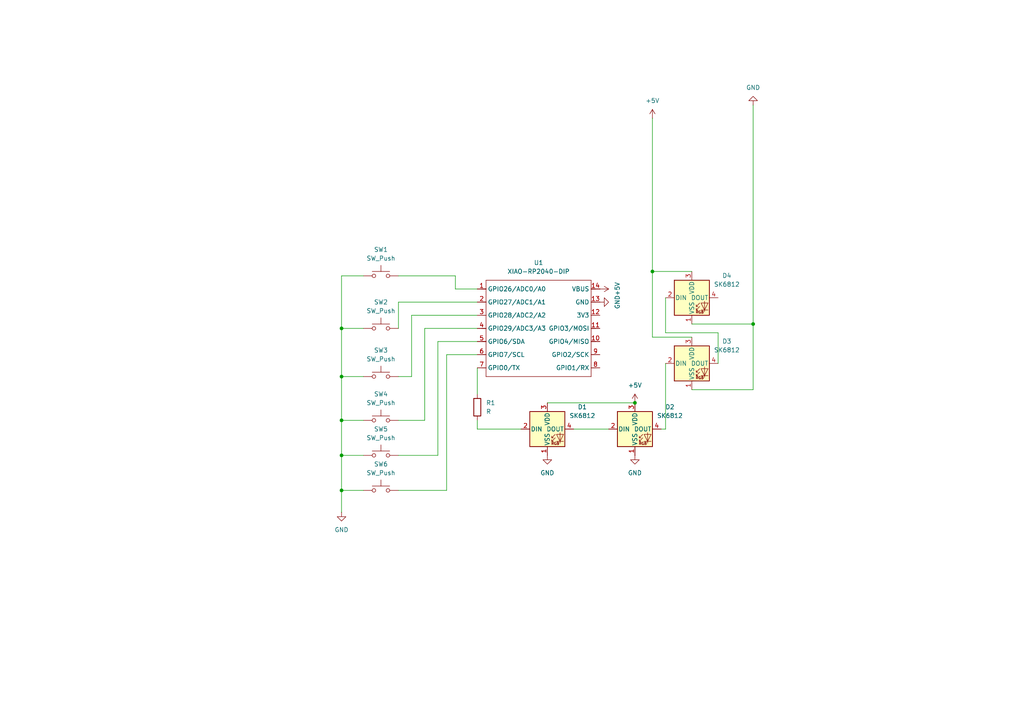
<source format=kicad_sch>
(kicad_sch
	(version 20250114)
	(generator "eeschema")
	(generator_version "9.0")
	(uuid "64604668-f003-4dd2-9b06-7adf75eb36a3")
	(paper "A4")
	(lib_symbols
		(symbol "Device:R"
			(pin_numbers
				(hide yes)
			)
			(pin_names
				(offset 0)
			)
			(exclude_from_sim no)
			(in_bom yes)
			(on_board yes)
			(property "Reference" "R"
				(at 2.032 0 90)
				(effects
					(font
						(size 1.27 1.27)
					)
				)
			)
			(property "Value" "R"
				(at 0 0 90)
				(effects
					(font
						(size 1.27 1.27)
					)
				)
			)
			(property "Footprint" ""
				(at -1.778 0 90)
				(effects
					(font
						(size 1.27 1.27)
					)
					(hide yes)
				)
			)
			(property "Datasheet" "~"
				(at 0 0 0)
				(effects
					(font
						(size 1.27 1.27)
					)
					(hide yes)
				)
			)
			(property "Description" "Resistor"
				(at 0 0 0)
				(effects
					(font
						(size 1.27 1.27)
					)
					(hide yes)
				)
			)
			(property "ki_keywords" "R res resistor"
				(at 0 0 0)
				(effects
					(font
						(size 1.27 1.27)
					)
					(hide yes)
				)
			)
			(property "ki_fp_filters" "R_*"
				(at 0 0 0)
				(effects
					(font
						(size 1.27 1.27)
					)
					(hide yes)
				)
			)
			(symbol "R_0_1"
				(rectangle
					(start -1.016 -2.54)
					(end 1.016 2.54)
					(stroke
						(width 0.254)
						(type default)
					)
					(fill
						(type none)
					)
				)
			)
			(symbol "R_1_1"
				(pin passive line
					(at 0 3.81 270)
					(length 1.27)
					(name "~"
						(effects
							(font
								(size 1.27 1.27)
							)
						)
					)
					(number "1"
						(effects
							(font
								(size 1.27 1.27)
							)
						)
					)
				)
				(pin passive line
					(at 0 -3.81 90)
					(length 1.27)
					(name "~"
						(effects
							(font
								(size 1.27 1.27)
							)
						)
					)
					(number "2"
						(effects
							(font
								(size 1.27 1.27)
							)
						)
					)
				)
			)
			(embedded_fonts no)
		)
		(symbol "LED:SK6812"
			(pin_names
				(offset 0.254)
			)
			(exclude_from_sim no)
			(in_bom yes)
			(on_board yes)
			(property "Reference" "D"
				(at 5.08 5.715 0)
				(effects
					(font
						(size 1.27 1.27)
					)
					(justify right bottom)
				)
			)
			(property "Value" "SK6812"
				(at 1.27 -5.715 0)
				(effects
					(font
						(size 1.27 1.27)
					)
					(justify left top)
				)
			)
			(property "Footprint" "LED_SMD:LED_SK6812_PLCC4_5.0x5.0mm_P3.2mm"
				(at 1.27 -7.62 0)
				(effects
					(font
						(size 1.27 1.27)
					)
					(justify left top)
					(hide yes)
				)
			)
			(property "Datasheet" "https://cdn-shop.adafruit.com/product-files/1138/SK6812+LED+datasheet+.pdf"
				(at 2.54 -9.525 0)
				(effects
					(font
						(size 1.27 1.27)
					)
					(justify left top)
					(hide yes)
				)
			)
			(property "Description" "RGB LED with integrated controller"
				(at 0 0 0)
				(effects
					(font
						(size 1.27 1.27)
					)
					(hide yes)
				)
			)
			(property "ki_keywords" "RGB LED NeoPixel addressable"
				(at 0 0 0)
				(effects
					(font
						(size 1.27 1.27)
					)
					(hide yes)
				)
			)
			(property "ki_fp_filters" "LED*SK6812*PLCC*5.0x5.0mm*P3.2mm*"
				(at 0 0 0)
				(effects
					(font
						(size 1.27 1.27)
					)
					(hide yes)
				)
			)
			(symbol "SK6812_0_0"
				(text "RGB"
					(at 2.286 -4.191 0)
					(effects
						(font
							(size 0.762 0.762)
						)
					)
				)
			)
			(symbol "SK6812_0_1"
				(polyline
					(pts
						(xy 1.27 -2.54) (xy 1.778 -2.54)
					)
					(stroke
						(width 0)
						(type default)
					)
					(fill
						(type none)
					)
				)
				(polyline
					(pts
						(xy 1.27 -3.556) (xy 1.778 -3.556)
					)
					(stroke
						(width 0)
						(type default)
					)
					(fill
						(type none)
					)
				)
				(polyline
					(pts
						(xy 2.286 -1.524) (xy 1.27 -2.54) (xy 1.27 -2.032)
					)
					(stroke
						(width 0)
						(type default)
					)
					(fill
						(type none)
					)
				)
				(polyline
					(pts
						(xy 2.286 -2.54) (xy 1.27 -3.556) (xy 1.27 -3.048)
					)
					(stroke
						(width 0)
						(type default)
					)
					(fill
						(type none)
					)
				)
				(polyline
					(pts
						(xy 3.683 -1.016) (xy 3.683 -3.556) (xy 3.683 -4.064)
					)
					(stroke
						(width 0)
						(type default)
					)
					(fill
						(type none)
					)
				)
				(polyline
					(pts
						(xy 4.699 -1.524) (xy 2.667 -1.524) (xy 3.683 -3.556) (xy 4.699 -1.524)
					)
					(stroke
						(width 0)
						(type default)
					)
					(fill
						(type none)
					)
				)
				(polyline
					(pts
						(xy 4.699 -3.556) (xy 2.667 -3.556)
					)
					(stroke
						(width 0)
						(type default)
					)
					(fill
						(type none)
					)
				)
				(rectangle
					(start 5.08 5.08)
					(end -5.08 -5.08)
					(stroke
						(width 0.254)
						(type default)
					)
					(fill
						(type background)
					)
				)
			)
			(symbol "SK6812_1_1"
				(pin input line
					(at -7.62 0 0)
					(length 2.54)
					(name "DIN"
						(effects
							(font
								(size 1.27 1.27)
							)
						)
					)
					(number "2"
						(effects
							(font
								(size 1.27 1.27)
							)
						)
					)
				)
				(pin power_in line
					(at 0 7.62 270)
					(length 2.54)
					(name "VDD"
						(effects
							(font
								(size 1.27 1.27)
							)
						)
					)
					(number "3"
						(effects
							(font
								(size 1.27 1.27)
							)
						)
					)
				)
				(pin power_in line
					(at 0 -7.62 90)
					(length 2.54)
					(name "VSS"
						(effects
							(font
								(size 1.27 1.27)
							)
						)
					)
					(number "1"
						(effects
							(font
								(size 1.27 1.27)
							)
						)
					)
				)
				(pin output line
					(at 7.62 0 180)
					(length 2.54)
					(name "DOUT"
						(effects
							(font
								(size 1.27 1.27)
							)
						)
					)
					(number "4"
						(effects
							(font
								(size 1.27 1.27)
							)
						)
					)
				)
			)
			(embedded_fonts no)
		)
		(symbol "OPL:XIAO-RP2040-DIP"
			(exclude_from_sim no)
			(in_bom yes)
			(on_board yes)
			(property "Reference" "U"
				(at 0 0 0)
				(effects
					(font
						(size 1.27 1.27)
					)
				)
			)
			(property "Value" "XIAO-RP2040-DIP"
				(at 5.334 -1.778 0)
				(effects
					(font
						(size 1.27 1.27)
					)
				)
			)
			(property "Footprint" "Module:MOUDLE14P-XIAO-DIP-SMD"
				(at 14.478 -32.258 0)
				(effects
					(font
						(size 1.27 1.27)
					)
					(hide yes)
				)
			)
			(property "Datasheet" ""
				(at 0 0 0)
				(effects
					(font
						(size 1.27 1.27)
					)
					(hide yes)
				)
			)
			(property "Description" ""
				(at 0 0 0)
				(effects
					(font
						(size 1.27 1.27)
					)
					(hide yes)
				)
			)
			(symbol "XIAO-RP2040-DIP_1_0"
				(polyline
					(pts
						(xy -1.27 -2.54) (xy 29.21 -2.54)
					)
					(stroke
						(width 0.1524)
						(type solid)
					)
					(fill
						(type none)
					)
				)
				(polyline
					(pts
						(xy -1.27 -5.08) (xy -2.54 -5.08)
					)
					(stroke
						(width 0.1524)
						(type solid)
					)
					(fill
						(type none)
					)
				)
				(polyline
					(pts
						(xy -1.27 -5.08) (xy -1.27 -2.54)
					)
					(stroke
						(width 0.1524)
						(type solid)
					)
					(fill
						(type none)
					)
				)
				(polyline
					(pts
						(xy -1.27 -8.89) (xy -2.54 -8.89)
					)
					(stroke
						(width 0.1524)
						(type solid)
					)
					(fill
						(type none)
					)
				)
				(polyline
					(pts
						(xy -1.27 -8.89) (xy -1.27 -5.08)
					)
					(stroke
						(width 0.1524)
						(type solid)
					)
					(fill
						(type none)
					)
				)
				(polyline
					(pts
						(xy -1.27 -12.7) (xy -2.54 -12.7)
					)
					(stroke
						(width 0.1524)
						(type solid)
					)
					(fill
						(type none)
					)
				)
				(polyline
					(pts
						(xy -1.27 -12.7) (xy -1.27 -8.89)
					)
					(stroke
						(width 0.1524)
						(type solid)
					)
					(fill
						(type none)
					)
				)
				(polyline
					(pts
						(xy -1.27 -16.51) (xy -2.54 -16.51)
					)
					(stroke
						(width 0.1524)
						(type solid)
					)
					(fill
						(type none)
					)
				)
				(polyline
					(pts
						(xy -1.27 -16.51) (xy -1.27 -12.7)
					)
					(stroke
						(width 0.1524)
						(type solid)
					)
					(fill
						(type none)
					)
				)
				(polyline
					(pts
						(xy -1.27 -20.32) (xy -2.54 -20.32)
					)
					(stroke
						(width 0.1524)
						(type solid)
					)
					(fill
						(type none)
					)
				)
				(polyline
					(pts
						(xy -1.27 -24.13) (xy -2.54 -24.13)
					)
					(stroke
						(width 0.1524)
						(type solid)
					)
					(fill
						(type none)
					)
				)
				(polyline
					(pts
						(xy -1.27 -27.94) (xy -2.54 -27.94)
					)
					(stroke
						(width 0.1524)
						(type solid)
					)
					(fill
						(type none)
					)
				)
				(polyline
					(pts
						(xy -1.27 -30.48) (xy -1.27 -16.51)
					)
					(stroke
						(width 0.1524)
						(type solid)
					)
					(fill
						(type none)
					)
				)
				(polyline
					(pts
						(xy 29.21 -2.54) (xy 29.21 -5.08)
					)
					(stroke
						(width 0.1524)
						(type solid)
					)
					(fill
						(type none)
					)
				)
				(polyline
					(pts
						(xy 29.21 -5.08) (xy 29.21 -8.89)
					)
					(stroke
						(width 0.1524)
						(type solid)
					)
					(fill
						(type none)
					)
				)
				(polyline
					(pts
						(xy 29.21 -8.89) (xy 29.21 -12.7)
					)
					(stroke
						(width 0.1524)
						(type solid)
					)
					(fill
						(type none)
					)
				)
				(polyline
					(pts
						(xy 29.21 -12.7) (xy 29.21 -30.48)
					)
					(stroke
						(width 0.1524)
						(type solid)
					)
					(fill
						(type none)
					)
				)
				(polyline
					(pts
						(xy 29.21 -30.48) (xy -1.27 -30.48)
					)
					(stroke
						(width 0.1524)
						(type solid)
					)
					(fill
						(type none)
					)
				)
				(polyline
					(pts
						(xy 30.48 -5.08) (xy 29.21 -5.08)
					)
					(stroke
						(width 0.1524)
						(type solid)
					)
					(fill
						(type none)
					)
				)
				(polyline
					(pts
						(xy 30.48 -8.89) (xy 29.21 -8.89)
					)
					(stroke
						(width 0.1524)
						(type solid)
					)
					(fill
						(type none)
					)
				)
				(polyline
					(pts
						(xy 30.48 -12.7) (xy 29.21 -12.7)
					)
					(stroke
						(width 0.1524)
						(type solid)
					)
					(fill
						(type none)
					)
				)
				(polyline
					(pts
						(xy 30.48 -16.51) (xy 29.21 -16.51)
					)
					(stroke
						(width 0.1524)
						(type solid)
					)
					(fill
						(type none)
					)
				)
				(polyline
					(pts
						(xy 30.48 -20.32) (xy 29.21 -20.32)
					)
					(stroke
						(width 0.1524)
						(type solid)
					)
					(fill
						(type none)
					)
				)
				(polyline
					(pts
						(xy 30.48 -24.13) (xy 29.21 -24.13)
					)
					(stroke
						(width 0.1524)
						(type solid)
					)
					(fill
						(type none)
					)
				)
				(polyline
					(pts
						(xy 30.48 -27.94) (xy 29.21 -27.94)
					)
					(stroke
						(width 0.1524)
						(type solid)
					)
					(fill
						(type none)
					)
				)
				(pin passive line
					(at -3.81 -5.08 0)
					(length 2.54)
					(name "GPIO26/ADC0/A0"
						(effects
							(font
								(size 1.27 1.27)
							)
						)
					)
					(number "1"
						(effects
							(font
								(size 1.27 1.27)
							)
						)
					)
				)
				(pin passive line
					(at -3.81 -8.89 0)
					(length 2.54)
					(name "GPIO27/ADC1/A1"
						(effects
							(font
								(size 1.27 1.27)
							)
						)
					)
					(number "2"
						(effects
							(font
								(size 1.27 1.27)
							)
						)
					)
				)
				(pin passive line
					(at -3.81 -12.7 0)
					(length 2.54)
					(name "GPIO28/ADC2/A2"
						(effects
							(font
								(size 1.27 1.27)
							)
						)
					)
					(number "3"
						(effects
							(font
								(size 1.27 1.27)
							)
						)
					)
				)
				(pin passive line
					(at -3.81 -16.51 0)
					(length 2.54)
					(name "GPIO29/ADC3/A3"
						(effects
							(font
								(size 1.27 1.27)
							)
						)
					)
					(number "4"
						(effects
							(font
								(size 1.27 1.27)
							)
						)
					)
				)
				(pin passive line
					(at -3.81 -20.32 0)
					(length 2.54)
					(name "GPIO6/SDA"
						(effects
							(font
								(size 1.27 1.27)
							)
						)
					)
					(number "5"
						(effects
							(font
								(size 1.27 1.27)
							)
						)
					)
				)
				(pin passive line
					(at -3.81 -24.13 0)
					(length 2.54)
					(name "GPIO7/SCL"
						(effects
							(font
								(size 1.27 1.27)
							)
						)
					)
					(number "6"
						(effects
							(font
								(size 1.27 1.27)
							)
						)
					)
				)
				(pin passive line
					(at -3.81 -27.94 0)
					(length 2.54)
					(name "GPIO0/TX"
						(effects
							(font
								(size 1.27 1.27)
							)
						)
					)
					(number "7"
						(effects
							(font
								(size 1.27 1.27)
							)
						)
					)
				)
				(pin passive line
					(at 31.75 -5.08 180)
					(length 2.54)
					(name "VBUS"
						(effects
							(font
								(size 1.27 1.27)
							)
						)
					)
					(number "14"
						(effects
							(font
								(size 1.27 1.27)
							)
						)
					)
				)
				(pin passive line
					(at 31.75 -8.89 180)
					(length 2.54)
					(name "GND"
						(effects
							(font
								(size 1.27 1.27)
							)
						)
					)
					(number "13"
						(effects
							(font
								(size 1.27 1.27)
							)
						)
					)
				)
				(pin passive line
					(at 31.75 -12.7 180)
					(length 2.54)
					(name "3V3"
						(effects
							(font
								(size 1.27 1.27)
							)
						)
					)
					(number "12"
						(effects
							(font
								(size 1.27 1.27)
							)
						)
					)
				)
				(pin passive line
					(at 31.75 -16.51 180)
					(length 2.54)
					(name "GPIO3/MOSI"
						(effects
							(font
								(size 1.27 1.27)
							)
						)
					)
					(number "11"
						(effects
							(font
								(size 1.27 1.27)
							)
						)
					)
				)
				(pin passive line
					(at 31.75 -20.32 180)
					(length 2.54)
					(name "GPIO4/MISO"
						(effects
							(font
								(size 1.27 1.27)
							)
						)
					)
					(number "10"
						(effects
							(font
								(size 1.27 1.27)
							)
						)
					)
				)
				(pin passive line
					(at 31.75 -24.13 180)
					(length 2.54)
					(name "GPIO2/SCK"
						(effects
							(font
								(size 1.27 1.27)
							)
						)
					)
					(number "9"
						(effects
							(font
								(size 1.27 1.27)
							)
						)
					)
				)
				(pin passive line
					(at 31.75 -27.94 180)
					(length 2.54)
					(name "GPIO1/RX"
						(effects
							(font
								(size 1.27 1.27)
							)
						)
					)
					(number "8"
						(effects
							(font
								(size 1.27 1.27)
							)
						)
					)
				)
			)
			(embedded_fonts no)
		)
		(symbol "Switch:SW_Push"
			(pin_numbers
				(hide yes)
			)
			(pin_names
				(offset 1.016)
				(hide yes)
			)
			(exclude_from_sim no)
			(in_bom yes)
			(on_board yes)
			(property "Reference" "SW"
				(at 1.27 2.54 0)
				(effects
					(font
						(size 1.27 1.27)
					)
					(justify left)
				)
			)
			(property "Value" "SW_Push"
				(at 0 -1.524 0)
				(effects
					(font
						(size 1.27 1.27)
					)
				)
			)
			(property "Footprint" ""
				(at 0 5.08 0)
				(effects
					(font
						(size 1.27 1.27)
					)
					(hide yes)
				)
			)
			(property "Datasheet" "~"
				(at 0 5.08 0)
				(effects
					(font
						(size 1.27 1.27)
					)
					(hide yes)
				)
			)
			(property "Description" "Push button switch, generic, two pins"
				(at 0 0 0)
				(effects
					(font
						(size 1.27 1.27)
					)
					(hide yes)
				)
			)
			(property "ki_keywords" "switch normally-open pushbutton push-button"
				(at 0 0 0)
				(effects
					(font
						(size 1.27 1.27)
					)
					(hide yes)
				)
			)
			(symbol "SW_Push_0_1"
				(circle
					(center -2.032 0)
					(radius 0.508)
					(stroke
						(width 0)
						(type default)
					)
					(fill
						(type none)
					)
				)
				(polyline
					(pts
						(xy 0 1.27) (xy 0 3.048)
					)
					(stroke
						(width 0)
						(type default)
					)
					(fill
						(type none)
					)
				)
				(circle
					(center 2.032 0)
					(radius 0.508)
					(stroke
						(width 0)
						(type default)
					)
					(fill
						(type none)
					)
				)
				(polyline
					(pts
						(xy 2.54 1.27) (xy -2.54 1.27)
					)
					(stroke
						(width 0)
						(type default)
					)
					(fill
						(type none)
					)
				)
				(pin passive line
					(at -5.08 0 0)
					(length 2.54)
					(name "1"
						(effects
							(font
								(size 1.27 1.27)
							)
						)
					)
					(number "1"
						(effects
							(font
								(size 1.27 1.27)
							)
						)
					)
				)
				(pin passive line
					(at 5.08 0 180)
					(length 2.54)
					(name "2"
						(effects
							(font
								(size 1.27 1.27)
							)
						)
					)
					(number "2"
						(effects
							(font
								(size 1.27 1.27)
							)
						)
					)
				)
			)
			(embedded_fonts no)
		)
		(symbol "power:+5V"
			(power)
			(pin_numbers
				(hide yes)
			)
			(pin_names
				(offset 0)
				(hide yes)
			)
			(exclude_from_sim no)
			(in_bom yes)
			(on_board yes)
			(property "Reference" "#PWR"
				(at 0 -3.81 0)
				(effects
					(font
						(size 1.27 1.27)
					)
					(hide yes)
				)
			)
			(property "Value" "+5V"
				(at 0 3.556 0)
				(effects
					(font
						(size 1.27 1.27)
					)
				)
			)
			(property "Footprint" ""
				(at 0 0 0)
				(effects
					(font
						(size 1.27 1.27)
					)
					(hide yes)
				)
			)
			(property "Datasheet" ""
				(at 0 0 0)
				(effects
					(font
						(size 1.27 1.27)
					)
					(hide yes)
				)
			)
			(property "Description" "Power symbol creates a global label with name \"+5V\""
				(at 0 0 0)
				(effects
					(font
						(size 1.27 1.27)
					)
					(hide yes)
				)
			)
			(property "ki_keywords" "global power"
				(at 0 0 0)
				(effects
					(font
						(size 1.27 1.27)
					)
					(hide yes)
				)
			)
			(symbol "+5V_0_1"
				(polyline
					(pts
						(xy -0.762 1.27) (xy 0 2.54)
					)
					(stroke
						(width 0)
						(type default)
					)
					(fill
						(type none)
					)
				)
				(polyline
					(pts
						(xy 0 2.54) (xy 0.762 1.27)
					)
					(stroke
						(width 0)
						(type default)
					)
					(fill
						(type none)
					)
				)
				(polyline
					(pts
						(xy 0 0) (xy 0 2.54)
					)
					(stroke
						(width 0)
						(type default)
					)
					(fill
						(type none)
					)
				)
			)
			(symbol "+5V_1_1"
				(pin power_in line
					(at 0 0 90)
					(length 0)
					(name "~"
						(effects
							(font
								(size 1.27 1.27)
							)
						)
					)
					(number "1"
						(effects
							(font
								(size 1.27 1.27)
							)
						)
					)
				)
			)
			(embedded_fonts no)
		)
		(symbol "power:GND"
			(power)
			(pin_numbers
				(hide yes)
			)
			(pin_names
				(offset 0)
				(hide yes)
			)
			(exclude_from_sim no)
			(in_bom yes)
			(on_board yes)
			(property "Reference" "#PWR"
				(at 0 -6.35 0)
				(effects
					(font
						(size 1.27 1.27)
					)
					(hide yes)
				)
			)
			(property "Value" "GND"
				(at 0 -3.81 0)
				(effects
					(font
						(size 1.27 1.27)
					)
				)
			)
			(property "Footprint" ""
				(at 0 0 0)
				(effects
					(font
						(size 1.27 1.27)
					)
					(hide yes)
				)
			)
			(property "Datasheet" ""
				(at 0 0 0)
				(effects
					(font
						(size 1.27 1.27)
					)
					(hide yes)
				)
			)
			(property "Description" "Power symbol creates a global label with name \"GND\" , ground"
				(at 0 0 0)
				(effects
					(font
						(size 1.27 1.27)
					)
					(hide yes)
				)
			)
			(property "ki_keywords" "global power"
				(at 0 0 0)
				(effects
					(font
						(size 1.27 1.27)
					)
					(hide yes)
				)
			)
			(symbol "GND_0_1"
				(polyline
					(pts
						(xy 0 0) (xy 0 -1.27) (xy 1.27 -1.27) (xy 0 -2.54) (xy -1.27 -1.27) (xy 0 -1.27)
					)
					(stroke
						(width 0)
						(type default)
					)
					(fill
						(type none)
					)
				)
			)
			(symbol "GND_1_1"
				(pin power_in line
					(at 0 0 270)
					(length 0)
					(name "~"
						(effects
							(font
								(size 1.27 1.27)
							)
						)
					)
					(number "1"
						(effects
							(font
								(size 1.27 1.27)
							)
						)
					)
				)
			)
			(embedded_fonts no)
		)
	)
	(junction
		(at 189.23 78.74)
		(diameter 0)
		(color 0 0 0 0)
		(uuid "01280196-802d-48b6-99bd-fca39562ac5b")
	)
	(junction
		(at 218.44 93.98)
		(diameter 0)
		(color 0 0 0 0)
		(uuid "01c449f1-9690-456a-bebd-ee9d9cc6f8ad")
	)
	(junction
		(at 99.06 121.92)
		(diameter 0)
		(color 0 0 0 0)
		(uuid "05577796-8c50-4e0d-b915-46f6b2cdf43a")
	)
	(junction
		(at 99.06 132.08)
		(diameter 0)
		(color 0 0 0 0)
		(uuid "7a51e569-959b-4b86-b1d4-f454dbc67b80")
	)
	(junction
		(at 184.15 116.84)
		(diameter 0)
		(color 0 0 0 0)
		(uuid "9758e0a4-ee57-4bfb-86a1-633208a35090")
	)
	(junction
		(at 99.06 142.24)
		(diameter 0)
		(color 0 0 0 0)
		(uuid "ddcd80a8-40ad-46fd-9111-d81953b5b202")
	)
	(junction
		(at 99.06 95.25)
		(diameter 0)
		(color 0 0 0 0)
		(uuid "e6c5cf9a-6d92-446c-9930-51a47c07790a")
	)
	(junction
		(at 99.06 109.22)
		(diameter 0)
		(color 0 0 0 0)
		(uuid "fa8e1cc3-d24b-4a76-b5e8-55ca97691f87")
	)
	(wire
		(pts
			(xy 189.23 34.29) (xy 189.23 78.74)
		)
		(stroke
			(width 0)
			(type default)
		)
		(uuid "00c0a21c-383c-479a-b52c-fa0a7e5cf7c4")
	)
	(wire
		(pts
			(xy 99.06 95.25) (xy 99.06 109.22)
		)
		(stroke
			(width 0)
			(type default)
		)
		(uuid "018c49d7-d740-4b0b-a91b-c8d304e1c72b")
	)
	(wire
		(pts
			(xy 99.06 95.25) (xy 105.41 95.25)
		)
		(stroke
			(width 0)
			(type default)
		)
		(uuid "097fc121-4e74-46d3-a3fb-d793962edf98")
	)
	(wire
		(pts
			(xy 99.06 132.08) (xy 99.06 142.24)
		)
		(stroke
			(width 0)
			(type default)
		)
		(uuid "0c1adb1e-e559-44e8-af25-33489f2b6b6a")
	)
	(wire
		(pts
			(xy 115.57 80.01) (xy 132.08 80.01)
		)
		(stroke
			(width 0)
			(type default)
		)
		(uuid "0d398e55-ca65-4099-8a7c-aa1f73787a11")
	)
	(wire
		(pts
			(xy 99.06 109.22) (xy 99.06 121.92)
		)
		(stroke
			(width 0)
			(type default)
		)
		(uuid "132463e4-6c4b-446d-bef3-2efb2004fd6c")
	)
	(wire
		(pts
			(xy 115.57 87.63) (xy 138.43 87.63)
		)
		(stroke
			(width 0)
			(type default)
		)
		(uuid "1af8f6ae-e4c2-4fb4-8ed0-942eb44b8073")
	)
	(wire
		(pts
			(xy 193.04 86.36) (xy 193.04 96.52)
		)
		(stroke
			(width 0)
			(type default)
		)
		(uuid "26ec8d2a-0535-450a-9cce-cd8a05324517")
	)
	(wire
		(pts
			(xy 115.57 132.08) (xy 127 132.08)
		)
		(stroke
			(width 0)
			(type default)
		)
		(uuid "2fedc886-061c-4bbe-9e8d-d435359e2cbe")
	)
	(wire
		(pts
			(xy 208.28 96.52) (xy 208.28 105.41)
		)
		(stroke
			(width 0)
			(type default)
		)
		(uuid "33123a7f-b1c9-4d82-abeb-e8dcab9d0db2")
	)
	(wire
		(pts
			(xy 193.04 105.41) (xy 193.04 124.46)
		)
		(stroke
			(width 0)
			(type default)
		)
		(uuid "34e488f4-113f-4828-b8cd-f620251c3ac9")
	)
	(wire
		(pts
			(xy 99.06 121.92) (xy 105.41 121.92)
		)
		(stroke
			(width 0)
			(type default)
		)
		(uuid "37a47c0d-b77a-4fca-8ae8-2012870e63cd")
	)
	(wire
		(pts
			(xy 218.44 30.48) (xy 218.44 93.98)
		)
		(stroke
			(width 0)
			(type default)
		)
		(uuid "3d018866-b3d0-46eb-af5a-6fd4068645b7")
	)
	(wire
		(pts
			(xy 105.41 80.01) (xy 99.06 80.01)
		)
		(stroke
			(width 0)
			(type default)
		)
		(uuid "3ec41159-e43e-4605-8331-5351926bfa0c")
	)
	(wire
		(pts
			(xy 200.66 97.79) (xy 189.23 97.79)
		)
		(stroke
			(width 0)
			(type default)
		)
		(uuid "49128476-81fd-43d6-b753-44221cb80ff5")
	)
	(wire
		(pts
			(xy 99.06 142.24) (xy 99.06 148.59)
		)
		(stroke
			(width 0)
			(type default)
		)
		(uuid "56fda362-f2d7-4c33-813f-0a0dc7081ce9")
	)
	(wire
		(pts
			(xy 99.06 121.92) (xy 99.06 132.08)
		)
		(stroke
			(width 0)
			(type default)
		)
		(uuid "5bfcf711-7408-4426-86b3-dc038d3d3ae6")
	)
	(wire
		(pts
			(xy 132.08 83.82) (xy 138.43 83.82)
		)
		(stroke
			(width 0)
			(type default)
		)
		(uuid "5c19f8c3-0446-437f-8202-2c71db16e02f")
	)
	(wire
		(pts
			(xy 99.06 80.01) (xy 99.06 95.25)
		)
		(stroke
			(width 0)
			(type default)
		)
		(uuid "621f2696-0dc1-441a-b036-e17144eb84f9")
	)
	(wire
		(pts
			(xy 138.43 106.68) (xy 138.43 114.3)
		)
		(stroke
			(width 0)
			(type default)
		)
		(uuid "63eed6b0-f1ac-4a74-8060-80e53d1d50ae")
	)
	(wire
		(pts
			(xy 166.37 124.46) (xy 176.53 124.46)
		)
		(stroke
			(width 0)
			(type default)
		)
		(uuid "6e6265ff-d13c-4dc5-8bb1-701fb755509b")
	)
	(wire
		(pts
			(xy 119.38 109.22) (xy 119.38 91.44)
		)
		(stroke
			(width 0)
			(type default)
		)
		(uuid "72d594c5-be7c-43e6-b445-06a2530cab8a")
	)
	(wire
		(pts
			(xy 200.66 113.03) (xy 218.44 113.03)
		)
		(stroke
			(width 0)
			(type default)
		)
		(uuid "733bdb08-fbf2-45fc-9a1d-880657713f4f")
	)
	(wire
		(pts
			(xy 158.75 116.84) (xy 184.15 116.84)
		)
		(stroke
			(width 0)
			(type default)
		)
		(uuid "824f7c28-7124-4367-9c70-92c2ce9866fd")
	)
	(wire
		(pts
			(xy 99.06 132.08) (xy 105.41 132.08)
		)
		(stroke
			(width 0)
			(type default)
		)
		(uuid "87784b86-a62d-4415-82f8-7309a3588f83")
	)
	(wire
		(pts
			(xy 99.06 142.24) (xy 105.41 142.24)
		)
		(stroke
			(width 0)
			(type default)
		)
		(uuid "90314d71-c1a8-4f28-8468-ff9ccecb25f8")
	)
	(wire
		(pts
			(xy 218.44 93.98) (xy 218.44 113.03)
		)
		(stroke
			(width 0)
			(type default)
		)
		(uuid "91e57b8a-a578-4b89-9f71-b7c8bb9bc06d")
	)
	(wire
		(pts
			(xy 115.57 121.92) (xy 123.19 121.92)
		)
		(stroke
			(width 0)
			(type default)
		)
		(uuid "927e0a04-1183-4b86-906a-8a00217ec66b")
	)
	(wire
		(pts
			(xy 132.08 80.01) (xy 132.08 83.82)
		)
		(stroke
			(width 0)
			(type default)
		)
		(uuid "956e8179-f3c3-4014-991e-524d0b48fb5f")
	)
	(wire
		(pts
			(xy 138.43 121.92) (xy 138.43 124.46)
		)
		(stroke
			(width 0)
			(type default)
		)
		(uuid "9581309f-db9a-4aa3-9409-309a9e207ecf")
	)
	(wire
		(pts
			(xy 123.19 121.92) (xy 123.19 95.25)
		)
		(stroke
			(width 0)
			(type default)
		)
		(uuid "9d93c5ce-f538-4426-97c3-5e0680434b8f")
	)
	(wire
		(pts
			(xy 189.23 78.74) (xy 200.66 78.74)
		)
		(stroke
			(width 0)
			(type default)
		)
		(uuid "aac3844f-deef-47d7-b0d6-a90f7018164f")
	)
	(wire
		(pts
			(xy 127 99.06) (xy 138.43 99.06)
		)
		(stroke
			(width 0)
			(type default)
		)
		(uuid "b2809bac-d7a4-439b-a919-ba5501d47a94")
	)
	(wire
		(pts
			(xy 193.04 96.52) (xy 208.28 96.52)
		)
		(stroke
			(width 0)
			(type default)
		)
		(uuid "bc3b542b-3f2d-4403-926f-dc6f3487bd9e")
	)
	(wire
		(pts
			(xy 99.06 109.22) (xy 105.41 109.22)
		)
		(stroke
			(width 0)
			(type default)
		)
		(uuid "c074772d-f26f-4147-89e0-fd4fb0fec447")
	)
	(wire
		(pts
			(xy 191.77 124.46) (xy 193.04 124.46)
		)
		(stroke
			(width 0)
			(type default)
		)
		(uuid "c0820aa3-d2f5-47c3-94d5-92b6025c6a9e")
	)
	(wire
		(pts
			(xy 123.19 95.25) (xy 138.43 95.25)
		)
		(stroke
			(width 0)
			(type default)
		)
		(uuid "d1afdae7-5548-436a-b7e9-00c2f64b35ff")
	)
	(wire
		(pts
			(xy 115.57 109.22) (xy 119.38 109.22)
		)
		(stroke
			(width 0)
			(type default)
		)
		(uuid "d1e2d5bc-3b1f-46ac-9c50-6b2e1de4310a")
	)
	(wire
		(pts
			(xy 138.43 124.46) (xy 151.13 124.46)
		)
		(stroke
			(width 0)
			(type default)
		)
		(uuid "d62a5f26-8dad-4be0-97cb-694dc7c5bbf8")
	)
	(wire
		(pts
			(xy 189.23 78.74) (xy 189.23 97.79)
		)
		(stroke
			(width 0)
			(type default)
		)
		(uuid "dc8b4b88-bae6-41ff-b171-cbc1abb23274")
	)
	(wire
		(pts
			(xy 115.57 142.24) (xy 129.54 142.24)
		)
		(stroke
			(width 0)
			(type default)
		)
		(uuid "e626a46c-c4f3-43a4-b19f-77f8e5cc2b3c")
	)
	(wire
		(pts
			(xy 129.54 102.87) (xy 138.43 102.87)
		)
		(stroke
			(width 0)
			(type default)
		)
		(uuid "ea4d95ed-f5ec-45db-8445-9c9ce318af69")
	)
	(wire
		(pts
			(xy 115.57 95.25) (xy 115.57 87.63)
		)
		(stroke
			(width 0)
			(type default)
		)
		(uuid "ebcaca61-048c-4d77-96d3-bcb9952fd890")
	)
	(wire
		(pts
			(xy 127 132.08) (xy 127 99.06)
		)
		(stroke
			(width 0)
			(type default)
		)
		(uuid "ec119148-4019-4b3a-818a-45b7005788e5")
	)
	(wire
		(pts
			(xy 129.54 142.24) (xy 129.54 102.87)
		)
		(stroke
			(width 0)
			(type default)
		)
		(uuid "f261a9e0-7577-471f-8196-73c36ad35449")
	)
	(wire
		(pts
			(xy 200.66 93.98) (xy 218.44 93.98)
		)
		(stroke
			(width 0)
			(type default)
		)
		(uuid "fa74e6a2-1878-4624-a7ae-6a7785a59ff6")
	)
	(wire
		(pts
			(xy 119.38 91.44) (xy 138.43 91.44)
		)
		(stroke
			(width 0)
			(type default)
		)
		(uuid "fca65f09-00a9-43c0-b8da-9da191cb0bac")
	)
	(symbol
		(lib_id "Switch:SW_Push")
		(at 110.49 142.24 0)
		(unit 1)
		(exclude_from_sim no)
		(in_bom yes)
		(on_board yes)
		(dnp no)
		(fields_autoplaced yes)
		(uuid "0bb518f0-c07f-4383-bd0f-f43d46d4474a")
		(property "Reference" "SW6"
			(at 110.49 134.62 0)
			(effects
				(font
					(size 1.27 1.27)
				)
			)
		)
		(property "Value" "SW_Push"
			(at 110.49 137.16 0)
			(effects
				(font
					(size 1.27 1.27)
				)
			)
		)
		(property "Footprint" "Button_Switch_Keyboard:SW_Cherry_MX_1.00u_PCB"
			(at 110.49 137.16 0)
			(effects
				(font
					(size 1.27 1.27)
				)
				(hide yes)
			)
		)
		(property "Datasheet" "~"
			(at 110.49 137.16 0)
			(effects
				(font
					(size 1.27 1.27)
				)
				(hide yes)
			)
		)
		(property "Description" "Push button switch, generic, two pins"
			(at 110.49 142.24 0)
			(effects
				(font
					(size 1.27 1.27)
				)
				(hide yes)
			)
		)
		(pin "1"
			(uuid "49a5cad5-9548-4c75-99ec-293b10fb075d")
		)
		(pin "2"
			(uuid "d139893c-1d7d-4781-88b6-157e43feb9e9")
		)
		(instances
			(project "Hackpad"
				(path "/64604668-f003-4dd2-9b06-7adf75eb36a3"
					(reference "SW6")
					(unit 1)
				)
			)
		)
	)
	(symbol
		(lib_id "Switch:SW_Push")
		(at 110.49 121.92 0)
		(unit 1)
		(exclude_from_sim no)
		(in_bom yes)
		(on_board yes)
		(dnp no)
		(fields_autoplaced yes)
		(uuid "12803b79-5e1f-48f1-bceb-3a62b59507c8")
		(property "Reference" "SW4"
			(at 110.49 114.3 0)
			(effects
				(font
					(size 1.27 1.27)
				)
			)
		)
		(property "Value" "SW_Push"
			(at 110.49 116.84 0)
			(effects
				(font
					(size 1.27 1.27)
				)
			)
		)
		(property "Footprint" "Button_Switch_Keyboard:SW_Cherry_MX_1.00u_PCB"
			(at 110.49 116.84 0)
			(effects
				(font
					(size 1.27 1.27)
				)
				(hide yes)
			)
		)
		(property "Datasheet" "~"
			(at 110.49 116.84 0)
			(effects
				(font
					(size 1.27 1.27)
				)
				(hide yes)
			)
		)
		(property "Description" "Push button switch, generic, two pins"
			(at 110.49 121.92 0)
			(effects
				(font
					(size 1.27 1.27)
				)
				(hide yes)
			)
		)
		(pin "1"
			(uuid "673d3956-1bc6-43ce-a424-e78d6d60b05f")
		)
		(pin "2"
			(uuid "f0372025-e268-433a-aadf-6b896286be5a")
		)
		(instances
			(project "Hackpad"
				(path "/64604668-f003-4dd2-9b06-7adf75eb36a3"
					(reference "SW4")
					(unit 1)
				)
			)
		)
	)
	(symbol
		(lib_id "power:GND")
		(at 173.99 87.63 90)
		(unit 1)
		(exclude_from_sim no)
		(in_bom yes)
		(on_board yes)
		(dnp no)
		(fields_autoplaced yes)
		(uuid "1f00984d-8e84-408f-a7bc-f81b4b6b1730")
		(property "Reference" "#PWR02"
			(at 180.34 87.63 0)
			(effects
				(font
					(size 1.27 1.27)
				)
				(hide yes)
			)
		)
		(property "Value" "GND"
			(at 179.07 87.63 0)
			(effects
				(font
					(size 1.27 1.27)
				)
			)
		)
		(property "Footprint" ""
			(at 173.99 87.63 0)
			(effects
				(font
					(size 1.27 1.27)
				)
				(hide yes)
			)
		)
		(property "Datasheet" ""
			(at 173.99 87.63 0)
			(effects
				(font
					(size 1.27 1.27)
				)
				(hide yes)
			)
		)
		(property "Description" "Power symbol creates a global label with name \"GND\" , ground"
			(at 173.99 87.63 0)
			(effects
				(font
					(size 1.27 1.27)
				)
				(hide yes)
			)
		)
		(pin "1"
			(uuid "86b3146a-ac7a-470d-92b0-2a7a928902b7")
		)
		(instances
			(project ""
				(path "/64604668-f003-4dd2-9b06-7adf75eb36a3"
					(reference "#PWR02")
					(unit 1)
				)
			)
		)
	)
	(symbol
		(lib_id "Switch:SW_Push")
		(at 110.49 80.01 0)
		(unit 1)
		(exclude_from_sim no)
		(in_bom yes)
		(on_board yes)
		(dnp no)
		(fields_autoplaced yes)
		(uuid "1f22721b-20a6-455c-bfcd-2878159e7ef6")
		(property "Reference" "SW1"
			(at 110.49 72.39 0)
			(effects
				(font
					(size 1.27 1.27)
				)
			)
		)
		(property "Value" "SW_Push"
			(at 110.49 74.93 0)
			(effects
				(font
					(size 1.27 1.27)
				)
			)
		)
		(property "Footprint" "Button_Switch_Keyboard:SW_Cherry_MX_1.00u_PCB"
			(at 110.49 74.93 0)
			(effects
				(font
					(size 1.27 1.27)
				)
				(hide yes)
			)
		)
		(property "Datasheet" "~"
			(at 110.49 74.93 0)
			(effects
				(font
					(size 1.27 1.27)
				)
				(hide yes)
			)
		)
		(property "Description" "Push button switch, generic, two pins"
			(at 110.49 80.01 0)
			(effects
				(font
					(size 1.27 1.27)
				)
				(hide yes)
			)
		)
		(pin "1"
			(uuid "8c4873f1-6b0f-4d8c-9b75-310957491459")
		)
		(pin "2"
			(uuid "534cf0d8-2a40-4b64-84d0-d291e1667af4")
		)
		(instances
			(project ""
				(path "/64604668-f003-4dd2-9b06-7adf75eb36a3"
					(reference "SW1")
					(unit 1)
				)
			)
		)
	)
	(symbol
		(lib_id "Switch:SW_Push")
		(at 110.49 109.22 0)
		(unit 1)
		(exclude_from_sim no)
		(in_bom yes)
		(on_board yes)
		(dnp no)
		(fields_autoplaced yes)
		(uuid "3f483ecf-a72c-4b07-821b-7aea09b8c8aa")
		(property "Reference" "SW3"
			(at 110.49 101.6 0)
			(effects
				(font
					(size 1.27 1.27)
				)
			)
		)
		(property "Value" "SW_Push"
			(at 110.49 104.14 0)
			(effects
				(font
					(size 1.27 1.27)
				)
			)
		)
		(property "Footprint" "Button_Switch_Keyboard:SW_Cherry_MX_1.00u_PCB"
			(at 110.49 104.14 0)
			(effects
				(font
					(size 1.27 1.27)
				)
				(hide yes)
			)
		)
		(property "Datasheet" "~"
			(at 110.49 104.14 0)
			(effects
				(font
					(size 1.27 1.27)
				)
				(hide yes)
			)
		)
		(property "Description" "Push button switch, generic, two pins"
			(at 110.49 109.22 0)
			(effects
				(font
					(size 1.27 1.27)
				)
				(hide yes)
			)
		)
		(pin "1"
			(uuid "a30f9827-6250-4a39-a1f3-2f62c3e43884")
		)
		(pin "2"
			(uuid "5c5bf6ca-8e60-43ab-90dc-bd9ea1570149")
		)
		(instances
			(project "Hackpad"
				(path "/64604668-f003-4dd2-9b06-7adf75eb36a3"
					(reference "SW3")
					(unit 1)
				)
			)
		)
	)
	(symbol
		(lib_id "power:GND")
		(at 158.75 132.08 0)
		(unit 1)
		(exclude_from_sim no)
		(in_bom yes)
		(on_board yes)
		(dnp no)
		(fields_autoplaced yes)
		(uuid "3fdf38b5-bef0-4230-a329-8d23bf3bcce3")
		(property "Reference" "#PWR07"
			(at 158.75 138.43 0)
			(effects
				(font
					(size 1.27 1.27)
				)
				(hide yes)
			)
		)
		(property "Value" "GND"
			(at 158.75 137.16 0)
			(effects
				(font
					(size 1.27 1.27)
				)
			)
		)
		(property "Footprint" ""
			(at 158.75 132.08 0)
			(effects
				(font
					(size 1.27 1.27)
				)
				(hide yes)
			)
		)
		(property "Datasheet" ""
			(at 158.75 132.08 0)
			(effects
				(font
					(size 1.27 1.27)
				)
				(hide yes)
			)
		)
		(property "Description" "Power symbol creates a global label with name \"GND\" , ground"
			(at 158.75 132.08 0)
			(effects
				(font
					(size 1.27 1.27)
				)
				(hide yes)
			)
		)
		(pin "1"
			(uuid "82308883-5ccc-447d-b9b8-b9636f782342")
		)
		(instances
			(project ""
				(path "/64604668-f003-4dd2-9b06-7adf75eb36a3"
					(reference "#PWR07")
					(unit 1)
				)
			)
		)
	)
	(symbol
		(lib_id "Switch:SW_Push")
		(at 110.49 132.08 0)
		(unit 1)
		(exclude_from_sim no)
		(in_bom yes)
		(on_board yes)
		(dnp no)
		(fields_autoplaced yes)
		(uuid "455dc740-9053-43e2-a65b-2b160f9406a6")
		(property "Reference" "SW5"
			(at 110.49 124.46 0)
			(effects
				(font
					(size 1.27 1.27)
				)
			)
		)
		(property "Value" "SW_Push"
			(at 110.49 127 0)
			(effects
				(font
					(size 1.27 1.27)
				)
			)
		)
		(property "Footprint" "Button_Switch_Keyboard:SW_Cherry_MX_1.00u_PCB"
			(at 110.49 127 0)
			(effects
				(font
					(size 1.27 1.27)
				)
				(hide yes)
			)
		)
		(property "Datasheet" "~"
			(at 110.49 127 0)
			(effects
				(font
					(size 1.27 1.27)
				)
				(hide yes)
			)
		)
		(property "Description" "Push button switch, generic, two pins"
			(at 110.49 132.08 0)
			(effects
				(font
					(size 1.27 1.27)
				)
				(hide yes)
			)
		)
		(pin "1"
			(uuid "a225475e-0adc-4994-9086-a417f5f447d1")
		)
		(pin "2"
			(uuid "6029dfac-3982-418a-8ae9-64cb4b6ad4cc")
		)
		(instances
			(project "Hackpad"
				(path "/64604668-f003-4dd2-9b06-7adf75eb36a3"
					(reference "SW5")
					(unit 1)
				)
			)
		)
	)
	(symbol
		(lib_id "OPL:XIAO-RP2040-DIP")
		(at 142.24 78.74 0)
		(unit 1)
		(exclude_from_sim no)
		(in_bom yes)
		(on_board yes)
		(dnp no)
		(fields_autoplaced yes)
		(uuid "47d7825e-0128-462e-a454-0e8c01fa8dfb")
		(property "Reference" "U1"
			(at 156.21 76.2 0)
			(effects
				(font
					(size 1.27 1.27)
				)
			)
		)
		(property "Value" "XIAO-RP2040-DIP"
			(at 156.21 78.74 0)
			(effects
				(font
					(size 1.27 1.27)
				)
			)
		)
		(property "Footprint" "OPL:XIAO-RP2040-DIP"
			(at 156.718 110.998 0)
			(effects
				(font
					(size 1.27 1.27)
				)
				(hide yes)
			)
		)
		(property "Datasheet" ""
			(at 142.24 78.74 0)
			(effects
				(font
					(size 1.27 1.27)
				)
				(hide yes)
			)
		)
		(property "Description" ""
			(at 142.24 78.74 0)
			(effects
				(font
					(size 1.27 1.27)
				)
				(hide yes)
			)
		)
		(pin "7"
			(uuid "4602bb52-975e-4747-9c03-2678afa31df8")
		)
		(pin "2"
			(uuid "22f95da8-4462-4837-8f58-8734cb948c54")
		)
		(pin "8"
			(uuid "a9722a88-69aa-4f7a-9459-e962feb50dbd")
		)
		(pin "1"
			(uuid "64753057-58a0-49d1-895f-8d595919c36b")
		)
		(pin "3"
			(uuid "56cc1c8a-ae75-484c-88da-443c5949518c")
		)
		(pin "5"
			(uuid "aea96ea6-5102-4bcc-8635-07852ee85fd2")
		)
		(pin "6"
			(uuid "5c0bf903-3711-422e-a0aa-d873cea58f2b")
		)
		(pin "14"
			(uuid "33f6db56-4bca-4140-a88a-2e688232bbde")
		)
		(pin "13"
			(uuid "9a33eae4-2489-4651-a6e1-0b156282513f")
		)
		(pin "4"
			(uuid "cf3949a4-fe29-4bf6-9e11-d6eb7092a1f9")
		)
		(pin "12"
			(uuid "450b99f1-5d30-402b-bc6b-779f0145b87a")
		)
		(pin "9"
			(uuid "b1205c71-4a05-42ef-a7c2-28678b0276db")
		)
		(pin "10"
			(uuid "092afc56-5e4e-4264-b4b3-29435ac0af78")
		)
		(pin "11"
			(uuid "eba97696-aa93-4d2e-b0f9-ce917c35bea6")
		)
		(instances
			(project ""
				(path "/64604668-f003-4dd2-9b06-7adf75eb36a3"
					(reference "U1")
					(unit 1)
				)
			)
		)
	)
	(symbol
		(lib_id "Switch:SW_Push")
		(at 110.49 95.25 0)
		(unit 1)
		(exclude_from_sim no)
		(in_bom yes)
		(on_board yes)
		(dnp no)
		(fields_autoplaced yes)
		(uuid "4bb4de4a-e77b-48ef-b44a-d76325aab8ff")
		(property "Reference" "SW2"
			(at 110.49 87.63 0)
			(effects
				(font
					(size 1.27 1.27)
				)
			)
		)
		(property "Value" "SW_Push"
			(at 110.49 90.17 0)
			(effects
				(font
					(size 1.27 1.27)
				)
			)
		)
		(property "Footprint" "Button_Switch_Keyboard:SW_Cherry_MX_1.00u_PCB"
			(at 110.49 90.17 0)
			(effects
				(font
					(size 1.27 1.27)
				)
				(hide yes)
			)
		)
		(property "Datasheet" "~"
			(at 110.49 90.17 0)
			(effects
				(font
					(size 1.27 1.27)
				)
				(hide yes)
			)
		)
		(property "Description" "Push button switch, generic, two pins"
			(at 110.49 95.25 0)
			(effects
				(font
					(size 1.27 1.27)
				)
				(hide yes)
			)
		)
		(pin "1"
			(uuid "2933a54b-91e9-4901-ac2a-5bc32797d350")
		)
		(pin "2"
			(uuid "84ee2f38-43e6-42ec-ae80-0f2243af2347")
		)
		(instances
			(project "Hackpad"
				(path "/64604668-f003-4dd2-9b06-7adf75eb36a3"
					(reference "SW2")
					(unit 1)
				)
			)
		)
	)
	(symbol
		(lib_id "power:GND")
		(at 218.44 30.48 180)
		(unit 1)
		(exclude_from_sim no)
		(in_bom yes)
		(on_board yes)
		(dnp no)
		(fields_autoplaced yes)
		(uuid "4e23b795-bd18-4c60-ae84-2a9d46ebad82")
		(property "Reference" "#PWR05"
			(at 218.44 24.13 0)
			(effects
				(font
					(size 1.27 1.27)
				)
				(hide yes)
			)
		)
		(property "Value" "GND"
			(at 218.44 25.4 0)
			(effects
				(font
					(size 1.27 1.27)
				)
			)
		)
		(property "Footprint" ""
			(at 218.44 30.48 0)
			(effects
				(font
					(size 1.27 1.27)
				)
				(hide yes)
			)
		)
		(property "Datasheet" ""
			(at 218.44 30.48 0)
			(effects
				(font
					(size 1.27 1.27)
				)
				(hide yes)
			)
		)
		(property "Description" "Power symbol creates a global label with name \"GND\" , ground"
			(at 218.44 30.48 0)
			(effects
				(font
					(size 1.27 1.27)
				)
				(hide yes)
			)
		)
		(pin "1"
			(uuid "52d53d61-f433-402f-a748-11baacd4a53a")
		)
		(instances
			(project ""
				(path "/64604668-f003-4dd2-9b06-7adf75eb36a3"
					(reference "#PWR05")
					(unit 1)
				)
			)
		)
	)
	(symbol
		(lib_id "power:+5V")
		(at 189.23 34.29 0)
		(unit 1)
		(exclude_from_sim no)
		(in_bom yes)
		(on_board yes)
		(dnp no)
		(fields_autoplaced yes)
		(uuid "52abc4c1-a3df-4084-ba7b-2ce237e17a61")
		(property "Reference" "#PWR04"
			(at 189.23 38.1 0)
			(effects
				(font
					(size 1.27 1.27)
				)
				(hide yes)
			)
		)
		(property "Value" "+5V"
			(at 189.23 29.21 0)
			(effects
				(font
					(size 1.27 1.27)
				)
			)
		)
		(property "Footprint" ""
			(at 189.23 34.29 0)
			(effects
				(font
					(size 1.27 1.27)
				)
				(hide yes)
			)
		)
		(property "Datasheet" ""
			(at 189.23 34.29 0)
			(effects
				(font
					(size 1.27 1.27)
				)
				(hide yes)
			)
		)
		(property "Description" "Power symbol creates a global label with name \"+5V\""
			(at 189.23 34.29 0)
			(effects
				(font
					(size 1.27 1.27)
				)
				(hide yes)
			)
		)
		(pin "1"
			(uuid "e8aac7e7-9707-4a13-998c-1904b241ef55")
		)
		(instances
			(project ""
				(path "/64604668-f003-4dd2-9b06-7adf75eb36a3"
					(reference "#PWR04")
					(unit 1)
				)
			)
		)
	)
	(symbol
		(lib_id "power:+5V")
		(at 184.15 116.84 0)
		(unit 1)
		(exclude_from_sim no)
		(in_bom yes)
		(on_board yes)
		(dnp no)
		(fields_autoplaced yes)
		(uuid "5dba55ef-5c0c-4525-b72b-3c1d8cb62170")
		(property "Reference" "#PWR03"
			(at 184.15 120.65 0)
			(effects
				(font
					(size 1.27 1.27)
				)
				(hide yes)
			)
		)
		(property "Value" "+5V"
			(at 184.15 111.76 0)
			(effects
				(font
					(size 1.27 1.27)
				)
			)
		)
		(property "Footprint" ""
			(at 184.15 116.84 0)
			(effects
				(font
					(size 1.27 1.27)
				)
				(hide yes)
			)
		)
		(property "Datasheet" ""
			(at 184.15 116.84 0)
			(effects
				(font
					(size 1.27 1.27)
				)
				(hide yes)
			)
		)
		(property "Description" "Power symbol creates a global label with name \"+5V\""
			(at 184.15 116.84 0)
			(effects
				(font
					(size 1.27 1.27)
				)
				(hide yes)
			)
		)
		(pin "1"
			(uuid "f5ce67e9-00dc-4f06-84dc-4f67b5842e0e")
		)
		(instances
			(project ""
				(path "/64604668-f003-4dd2-9b06-7adf75eb36a3"
					(reference "#PWR03")
					(unit 1)
				)
			)
		)
	)
	(symbol
		(lib_id "power:GND")
		(at 184.15 132.08 0)
		(unit 1)
		(exclude_from_sim no)
		(in_bom yes)
		(on_board yes)
		(dnp no)
		(fields_autoplaced yes)
		(uuid "66f3a3e5-8f6c-49c1-9f64-a1e420dd2992")
		(property "Reference" "#PWR08"
			(at 184.15 138.43 0)
			(effects
				(font
					(size 1.27 1.27)
				)
				(hide yes)
			)
		)
		(property "Value" "GND"
			(at 184.15 137.16 0)
			(effects
				(font
					(size 1.27 1.27)
				)
			)
		)
		(property "Footprint" ""
			(at 184.15 132.08 0)
			(effects
				(font
					(size 1.27 1.27)
				)
				(hide yes)
			)
		)
		(property "Datasheet" ""
			(at 184.15 132.08 0)
			(effects
				(font
					(size 1.27 1.27)
				)
				(hide yes)
			)
		)
		(property "Description" "Power symbol creates a global label with name \"GND\" , ground"
			(at 184.15 132.08 0)
			(effects
				(font
					(size 1.27 1.27)
				)
				(hide yes)
			)
		)
		(pin "1"
			(uuid "c7af9edc-20ef-4f66-bbef-b789f01a8214")
		)
		(instances
			(project "Hackpad"
				(path "/64604668-f003-4dd2-9b06-7adf75eb36a3"
					(reference "#PWR08")
					(unit 1)
				)
			)
		)
	)
	(symbol
		(lib_id "LED:SK6812")
		(at 158.75 124.46 0)
		(unit 1)
		(exclude_from_sim no)
		(in_bom yes)
		(on_board yes)
		(dnp no)
		(fields_autoplaced yes)
		(uuid "76078f89-9937-4f68-a51d-387ba9130652")
		(property "Reference" "D1"
			(at 168.91 118.0398 0)
			(effects
				(font
					(size 1.27 1.27)
				)
			)
		)
		(property "Value" "SK6812"
			(at 168.91 120.5798 0)
			(effects
				(font
					(size 1.27 1.27)
				)
			)
		)
		(property "Footprint" "LED_SMD:LED_SK6812MINI_PLCC4_3.5x3.5mm_P1.75mm"
			(at 160.02 132.08 0)
			(effects
				(font
					(size 1.27 1.27)
				)
				(justify left top)
				(hide yes)
			)
		)
		(property "Datasheet" "https://cdn-shop.adafruit.com/product-files/1138/SK6812+LED+datasheet+.pdf"
			(at 161.29 133.985 0)
			(effects
				(font
					(size 1.27 1.27)
				)
				(justify left top)
				(hide yes)
			)
		)
		(property "Description" "RGB LED with integrated controller"
			(at 158.75 124.46 0)
			(effects
				(font
					(size 1.27 1.27)
				)
				(hide yes)
			)
		)
		(pin "2"
			(uuid "1d0d7658-4731-463d-93ac-b1900bf5f09c")
		)
		(pin "1"
			(uuid "5e6cfda5-8db9-4d57-97b7-2f5414ac946b")
		)
		(pin "4"
			(uuid "fa199f27-3ddb-4717-9960-7a91fc428b32")
		)
		(pin "3"
			(uuid "7c327e05-0cf8-432e-915a-c05c3fa10d4c")
		)
		(instances
			(project ""
				(path "/64604668-f003-4dd2-9b06-7adf75eb36a3"
					(reference "D1")
					(unit 1)
				)
			)
		)
	)
	(symbol
		(lib_id "power:+5V")
		(at 173.99 83.82 270)
		(unit 1)
		(exclude_from_sim no)
		(in_bom yes)
		(on_board yes)
		(dnp no)
		(fields_autoplaced yes)
		(uuid "87cedd67-d623-491b-9330-09af51a6182b")
		(property "Reference" "#PWR01"
			(at 170.18 83.82 0)
			(effects
				(font
					(size 1.27 1.27)
				)
				(hide yes)
			)
		)
		(property "Value" "+5V"
			(at 179.07 83.82 0)
			(effects
				(font
					(size 1.27 1.27)
				)
			)
		)
		(property "Footprint" ""
			(at 173.99 83.82 0)
			(effects
				(font
					(size 1.27 1.27)
				)
				(hide yes)
			)
		)
		(property "Datasheet" ""
			(at 173.99 83.82 0)
			(effects
				(font
					(size 1.27 1.27)
				)
				(hide yes)
			)
		)
		(property "Description" "Power symbol creates a global label with name \"+5V\""
			(at 173.99 83.82 0)
			(effects
				(font
					(size 1.27 1.27)
				)
				(hide yes)
			)
		)
		(pin "1"
			(uuid "1f826dc1-3fce-49c9-a659-94e984e1c276")
		)
		(instances
			(project ""
				(path "/64604668-f003-4dd2-9b06-7adf75eb36a3"
					(reference "#PWR01")
					(unit 1)
				)
			)
		)
	)
	(symbol
		(lib_id "LED:SK6812")
		(at 200.66 86.36 0)
		(unit 1)
		(exclude_from_sim no)
		(in_bom yes)
		(on_board yes)
		(dnp no)
		(fields_autoplaced yes)
		(uuid "d34a7c3b-d38c-473d-ae7e-9b140f6d5c91")
		(property "Reference" "D4"
			(at 210.82 79.9398 0)
			(effects
				(font
					(size 1.27 1.27)
				)
			)
		)
		(property "Value" "SK6812"
			(at 210.82 82.4798 0)
			(effects
				(font
					(size 1.27 1.27)
				)
			)
		)
		(property "Footprint" "LED_SMD:LED_SK6812MINI_PLCC4_3.5x3.5mm_P1.75mm"
			(at 201.93 93.98 0)
			(effects
				(font
					(size 1.27 1.27)
				)
				(justify left top)
				(hide yes)
			)
		)
		(property "Datasheet" "https://cdn-shop.adafruit.com/product-files/1138/SK6812+LED+datasheet+.pdf"
			(at 203.2 95.885 0)
			(effects
				(font
					(size 1.27 1.27)
				)
				(justify left top)
				(hide yes)
			)
		)
		(property "Description" "RGB LED with integrated controller"
			(at 200.66 86.36 0)
			(effects
				(font
					(size 1.27 1.27)
				)
				(hide yes)
			)
		)
		(pin "3"
			(uuid "17d2152b-d154-40db-8651-8c042f0a006a")
		)
		(pin "1"
			(uuid "767f744a-eb8f-4a16-ad83-7315211a7766")
		)
		(pin "2"
			(uuid "dc75576b-e9d1-4b79-ad63-1a5754039aa8")
		)
		(pin "4"
			(uuid "459f3d78-f633-4e41-8dd9-318c03edf581")
		)
		(instances
			(project "Hackpad"
				(path "/64604668-f003-4dd2-9b06-7adf75eb36a3"
					(reference "D4")
					(unit 1)
				)
			)
		)
	)
	(symbol
		(lib_id "LED:SK6812")
		(at 200.66 105.41 0)
		(unit 1)
		(exclude_from_sim no)
		(in_bom yes)
		(on_board yes)
		(dnp no)
		(fields_autoplaced yes)
		(uuid "eada0fff-4763-4c10-8057-160c4f344472")
		(property "Reference" "D3"
			(at 210.82 98.9898 0)
			(effects
				(font
					(size 1.27 1.27)
				)
			)
		)
		(property "Value" "SK6812"
			(at 210.82 101.5298 0)
			(effects
				(font
					(size 1.27 1.27)
				)
			)
		)
		(property "Footprint" "LED_SMD:LED_SK6812MINI_PLCC4_3.5x3.5mm_P1.75mm"
			(at 201.93 113.03 0)
			(effects
				(font
					(size 1.27 1.27)
				)
				(justify left top)
				(hide yes)
			)
		)
		(property "Datasheet" "https://cdn-shop.adafruit.com/product-files/1138/SK6812+LED+datasheet+.pdf"
			(at 203.2 114.935 0)
			(effects
				(font
					(size 1.27 1.27)
				)
				(justify left top)
				(hide yes)
			)
		)
		(property "Description" "RGB LED with integrated controller"
			(at 200.66 105.41 0)
			(effects
				(font
					(size 1.27 1.27)
				)
				(hide yes)
			)
		)
		(pin "3"
			(uuid "c906defd-faa2-47b6-bc50-966c00e7c1ff")
		)
		(pin "1"
			(uuid "c27c0cea-df0a-42b5-89d3-03c5971f5589")
		)
		(pin "2"
			(uuid "5ec7a15c-aec5-4110-8896-d63cd34fe33a")
		)
		(pin "4"
			(uuid "6ce76354-80e7-429e-ade1-675c04f2e7bd")
		)
		(instances
			(project "Hackpad"
				(path "/64604668-f003-4dd2-9b06-7adf75eb36a3"
					(reference "D3")
					(unit 1)
				)
			)
		)
	)
	(symbol
		(lib_id "LED:SK6812")
		(at 184.15 124.46 0)
		(unit 1)
		(exclude_from_sim no)
		(in_bom yes)
		(on_board yes)
		(dnp no)
		(fields_autoplaced yes)
		(uuid "f1a8e892-fbdb-42a8-960a-0f664fca17a7")
		(property "Reference" "D2"
			(at 194.31 118.0398 0)
			(effects
				(font
					(size 1.27 1.27)
				)
			)
		)
		(property "Value" "SK6812"
			(at 194.31 120.5798 0)
			(effects
				(font
					(size 1.27 1.27)
				)
			)
		)
		(property "Footprint" "LED_SMD:LED_SK6812MINI_PLCC4_3.5x3.5mm_P1.75mm"
			(at 185.42 132.08 0)
			(effects
				(font
					(size 1.27 1.27)
				)
				(justify left top)
				(hide yes)
			)
		)
		(property "Datasheet" "https://cdn-shop.adafruit.com/product-files/1138/SK6812+LED+datasheet+.pdf"
			(at 186.69 133.985 0)
			(effects
				(font
					(size 1.27 1.27)
				)
				(justify left top)
				(hide yes)
			)
		)
		(property "Description" "RGB LED with integrated controller"
			(at 184.15 124.46 0)
			(effects
				(font
					(size 1.27 1.27)
				)
				(hide yes)
			)
		)
		(pin "3"
			(uuid "286f53a9-90dd-4237-b148-1e3645d31419")
		)
		(pin "1"
			(uuid "39b8f52a-7898-4973-b300-d94b5d46230f")
		)
		(pin "2"
			(uuid "8e8835a1-805f-4018-8b81-b0e0277f18df")
		)
		(pin "4"
			(uuid "7e219793-5586-4529-9585-99b877f5f9ca")
		)
		(instances
			(project ""
				(path "/64604668-f003-4dd2-9b06-7adf75eb36a3"
					(reference "D2")
					(unit 1)
				)
			)
		)
	)
	(symbol
		(lib_id "power:GND")
		(at 99.06 148.59 0)
		(unit 1)
		(exclude_from_sim no)
		(in_bom yes)
		(on_board yes)
		(dnp no)
		(fields_autoplaced yes)
		(uuid "f5683869-3220-4d98-b2b7-11686e328714")
		(property "Reference" "#PWR06"
			(at 99.06 154.94 0)
			(effects
				(font
					(size 1.27 1.27)
				)
				(hide yes)
			)
		)
		(property "Value" "GND"
			(at 99.06 153.67 0)
			(effects
				(font
					(size 1.27 1.27)
				)
			)
		)
		(property "Footprint" ""
			(at 99.06 148.59 0)
			(effects
				(font
					(size 1.27 1.27)
				)
				(hide yes)
			)
		)
		(property "Datasheet" ""
			(at 99.06 148.59 0)
			(effects
				(font
					(size 1.27 1.27)
				)
				(hide yes)
			)
		)
		(property "Description" "Power symbol creates a global label with name \"GND\" , ground"
			(at 99.06 148.59 0)
			(effects
				(font
					(size 1.27 1.27)
				)
				(hide yes)
			)
		)
		(pin "1"
			(uuid "bc977b48-8df9-45ae-b66f-426d389fa043")
		)
		(instances
			(project ""
				(path "/64604668-f003-4dd2-9b06-7adf75eb36a3"
					(reference "#PWR06")
					(unit 1)
				)
			)
		)
	)
	(symbol
		(lib_id "Device:R")
		(at 138.43 118.11 0)
		(unit 1)
		(exclude_from_sim no)
		(in_bom yes)
		(on_board yes)
		(dnp no)
		(fields_autoplaced yes)
		(uuid "feb3795a-1045-4995-861f-fc745ac97050")
		(property "Reference" "R1"
			(at 140.97 116.8399 0)
			(effects
				(font
					(size 1.27 1.27)
				)
				(justify left)
			)
		)
		(property "Value" "R"
			(at 140.97 119.3799 0)
			(effects
				(font
					(size 1.27 1.27)
				)
				(justify left)
			)
		)
		(property "Footprint" "Resistor_SMD:R_0603_1608Metric"
			(at 136.652 118.11 90)
			(effects
				(font
					(size 1.27 1.27)
				)
				(hide yes)
			)
		)
		(property "Datasheet" "~"
			(at 138.43 118.11 0)
			(effects
				(font
					(size 1.27 1.27)
				)
				(hide yes)
			)
		)
		(property "Description" "Resistor"
			(at 138.43 118.11 0)
			(effects
				(font
					(size 1.27 1.27)
				)
				(hide yes)
			)
		)
		(pin "2"
			(uuid "21baf6d6-d746-4d7f-9cd1-a96122ddf8c3")
		)
		(pin "1"
			(uuid "6eb21c51-6193-4907-8d18-fad083c974ce")
		)
		(instances
			(project ""
				(path "/64604668-f003-4dd2-9b06-7adf75eb36a3"
					(reference "R1")
					(unit 1)
				)
			)
		)
	)
	(sheet_instances
		(path "/"
			(page "1")
		)
	)
	(embedded_fonts no)
)

</source>
